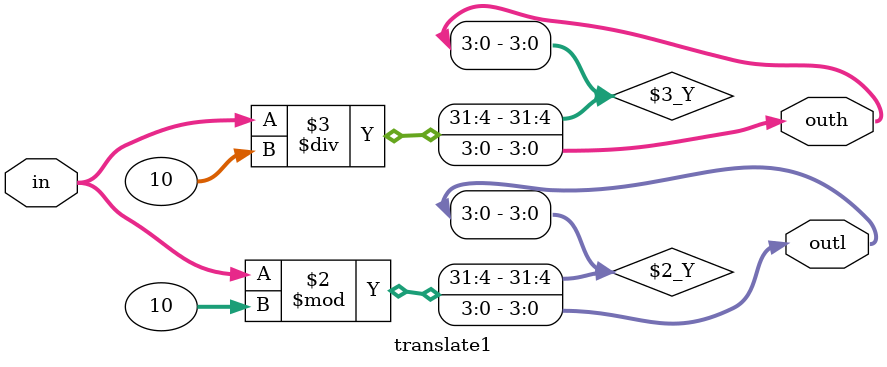
<source format=v>
module translate1(in,outh,outl);
input [3:0] in;
output [3:0] outh,outl;
reg[3:0] outh,outl;

always@(*)
begin
	outl = in%10;
	outh = in/10;
end
endmodule
</source>
